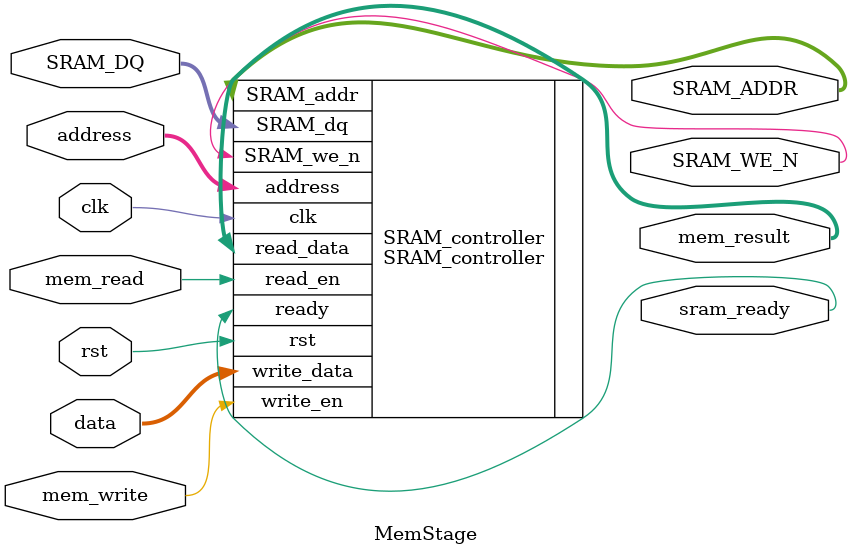
<source format=v>
`include "defines.v"

module MemStage(clk, rst, mem_read, mem_write, address, data, mem_result, sram_ready, SRAM_DQ, SRAM_ADDR, SRAM_WE_N);
    input clk, rst, mem_read, mem_write;
    input [31:0]address, data;

    output [31:0]mem_result;
    output sram_ready;
    inout [31:0] SRAM_DQ;
    output[16:0] SRAM_ADDR;
	output SRAM_WE_N;

    SRAM_controller SRAM_controller(
        .clk(clk),
        .rst(rst),
        .read_en(mem_read),
        .write_en(mem_write),
        .address(address),
        .write_data(data),
        .read_data(mem_result),
        .ready(sram_ready),
        .SRAM_dq(SRAM_DQ),
        .SRAM_addr(SRAM_ADDR),
        .SRAM_we_n(SRAM_WE_N)
	);
endmodule

</source>
